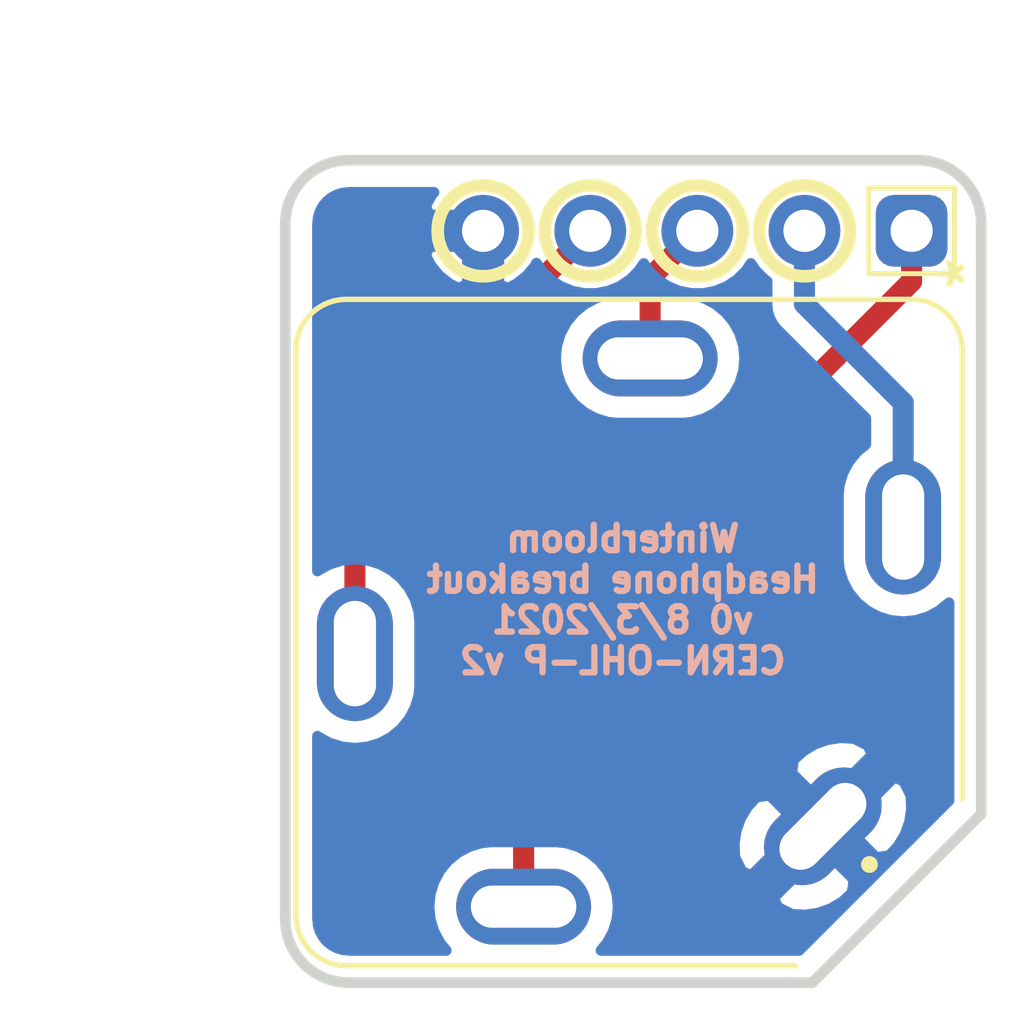
<source format=kicad_pcb>
(kicad_pcb (version 20171130) (host pcbnew "(5.1.6-0-10_14)")

  (general
    (thickness 1.6)
    (drawings 11)
    (tracks 10)
    (zones 0)
    (modules 2)
    (nets 6)
  )

  (page A4)
  (layers
    (0 F.Cu signal)
    (31 B.Cu signal)
    (32 B.Adhes user)
    (33 F.Adhes user)
    (34 B.Paste user)
    (35 F.Paste user)
    (36 B.SilkS user)
    (37 F.SilkS user)
    (38 B.Mask user)
    (39 F.Mask user)
    (40 Dwgs.User user)
    (41 Cmts.User user)
    (42 Eco1.User user)
    (43 Eco2.User user)
    (44 Edge.Cuts user)
    (45 Margin user)
    (46 B.CrtYd user)
    (47 F.CrtYd user)
    (48 B.Fab user)
    (49 F.Fab user)
  )

  (setup
    (last_trace_width 0.25)
    (user_trace_width 0.4)
    (user_trace_width 0.5)
    (trace_clearance 0.2)
    (zone_clearance 0.508)
    (zone_45_only no)
    (trace_min 0.2)
    (via_size 0.8)
    (via_drill 0.4)
    (via_min_size 0.4)
    (via_min_drill 0.3)
    (uvia_size 0.3)
    (uvia_drill 0.1)
    (uvias_allowed no)
    (uvia_min_size 0.2)
    (uvia_min_drill 0.1)
    (edge_width 0.254)
    (segment_width 0.2)
    (pcb_text_width 0.3)
    (pcb_text_size 1.5 1.5)
    (mod_edge_width 0.12)
    (mod_text_size 1 1)
    (mod_text_width 0.15)
    (pad_size 1.524 1.524)
    (pad_drill 0.762)
    (pad_to_mask_clearance 0.05)
    (aux_axis_origin 0 0)
    (grid_origin 120.5 72)
    (visible_elements FFFFFF7F)
    (pcbplotparams
      (layerselection 0x010fc_ffffffff)
      (usegerberextensions false)
      (usegerberattributes true)
      (usegerberadvancedattributes true)
      (creategerberjobfile true)
      (excludeedgelayer true)
      (linewidth 0.100000)
      (plotframeref false)
      (viasonmask false)
      (mode 1)
      (useauxorigin false)
      (hpglpennumber 1)
      (hpglpenspeed 20)
      (hpglpendiameter 15.000000)
      (psnegative false)
      (psa4output false)
      (plotreference true)
      (plotvalue true)
      (plotinvisibletext false)
      (padsonsilk false)
      (subtractmaskfromsilk false)
      (outputformat 1)
      (mirror false)
      (drillshape 0)
      (scaleselection 1)
      (outputdirectory "gerbers"))
  )

  (net 0 "")
  (net 1 "Net-(J1-Pad5)")
  (net 2 "Net-(J1-Pad4)")
  (net 3 "Net-(J1-Pad3)")
  (net 4 "Net-(J1-Pad2)")
  (net 5 "Net-(J1-Pad1)")

  (net_class Default "This is the default net class."
    (clearance 0.2)
    (trace_width 0.25)
    (via_dia 0.8)
    (via_drill 0.4)
    (uvia_dia 0.3)
    (uvia_drill 0.1)
    (add_net "Net-(J1-Pad1)")
    (add_net "Net-(J1-Pad2)")
    (add_net "Net-(J1-Pad3)")
    (add_net "Net-(J1-Pad4)")
    (add_net "Net-(J1-Pad5)")
  )

  (module Connector_PinSocket_2.54mm:PinSocket_1x05_P2.54mm_Vertical (layer F.Cu) (tedit 6109B4CF) (tstamp 610A0D1E)
    (at 135.35 73.675 270)
    (descr "Through hole straight socket strip, 1x05, 2.54mm pitch, single row (from Kicad 4.0.7), script generated")
    (tags "Through hole socket strip THT 1x05 2.54mm single row")
    (path /6109C407)
    (fp_text reference J1 (at 0 -2.77 270) (layer F.SilkS) hide
      (effects (font (size 1 1) (thickness 0.15)))
    )
    (fp_text value "TO BOARD" (at 2.9 5.4 180) (layer F.Fab)
      (effects (font (size 1 1) (thickness 0.15)))
    )
    (fp_line (start -1.016 1.016) (end -1.016 -1.016) (layer F.SilkS) (width 0.12))
    (fp_line (start 1.016 1.016) (end -1.016 1.016) (layer F.SilkS) (width 0.12))
    (fp_line (start 1.016 -1.016) (end 1.016 1.016) (layer F.SilkS) (width 0.12))
    (fp_line (start -1.016 -1.016) (end 1.016 -1.016) (layer F.SilkS) (width 0.12))
    (fp_circle (center 0 2.54) (end 1.077631 2.54) (layer F.SilkS) (width 0.3))
    (fp_circle (center 0 5.08) (end 1.077631 5.08) (layer F.SilkS) (width 0.3))
    (fp_circle (center 0 7.62) (end 1.077631 7.62) (layer F.SilkS) (width 0.3))
    (fp_circle (center 0 10.16) (end 1.077631 10.16) (layer F.SilkS) (width 0.3))
    (fp_circle (center 0 0) (end 0.762 1.016) (layer F.CrtYd) (width 0.05))
    (fp_circle (center 0 10.16) (end 0.508 11.176) (layer F.CrtYd) (width 0.05))
    (fp_circle (center 0 7.62) (end 0.762 8.382) (layer F.CrtYd) (width 0.05))
    (fp_circle (center 0 5.08) (end 0.508 6.096) (layer F.CrtYd) (width 0.05))
    (fp_circle (center 0 2.54) (end 0.762 3.302) (layer F.CrtYd) (width 0.05))
    (fp_text user %R (at 0 5.08) (layer F.Fab)
      (effects (font (size 1 1) (thickness 0.15)))
    )
    (fp_text user * (at 1.016 -1.3 90) (layer F.SilkS)
      (effects (font (size 1 1) (thickness 0.15)))
    )
    (pad 5 thru_hole oval (at 0 10.16 270) (size 1.7 1.7) (drill 1) (layers *.Cu *.Mask)
      (net 1 "Net-(J1-Pad5)"))
    (pad 4 thru_hole oval (at 0 7.62 270) (size 1.7 1.7) (drill 1) (layers *.Cu *.Mask)
      (net 2 "Net-(J1-Pad4)"))
    (pad 3 thru_hole oval (at 0 5.08 270) (size 1.7 1.7) (drill 1) (layers *.Cu *.Mask)
      (net 3 "Net-(J1-Pad3)"))
    (pad 2 thru_hole oval (at 0 2.54 270) (size 1.7 1.7) (drill 1) (layers *.Cu *.Mask)
      (net 4 "Net-(J1-Pad2)"))
    (pad 1 thru_hole roundrect (at 0 0 270) (size 1.7 1.7) (drill 1) (layers *.Cu *.Mask) (roundrect_rratio 0.25)
      (net 5 "Net-(J1-Pad1)"))
  )

  (module headphone-breakout:CUI_SJ-63083D (layer F.Cu) (tedit 6109B39F) (tstamp 6109FF77)
    (at 128.65 83.2)
    (path /6109B058)
    (fp_text reference J2 (at -5.03 -6.31) (layer F.SilkS) hide
      (effects (font (size 1 1) (thickness 0.15)))
    )
    (fp_text value SJ-63083D (at 0.755 9.135) (layer F.Fab) hide
      (effects (font (size 1 1) (thickness 0.015)))
    )
    (fp_line (start 7.9 -6.7) (end 7.9 3.95) (layer F.Fab) (width 0.127))
    (fp_line (start 7.9 3.95) (end 3.95 7.9) (layer F.Fab) (width 0.127))
    (fp_line (start 3.95 7.9) (end -6.7 7.9) (layer F.Fab) (width 0.127))
    (fp_line (start -7.9 6.7) (end -7.9 -6.7) (layer F.Fab) (width 0.127))
    (fp_line (start -6.7 -7.9) (end 6.7 -7.9) (layer F.Fab) (width 0.127))
    (fp_line (start 7.9 -6.7) (end 7.9 3.95) (layer F.SilkS) (width 0.127))
    (fp_line (start 3.95 7.9) (end -6.7 7.9) (layer F.SilkS) (width 0.127))
    (fp_line (start -7.9 6.7) (end -7.9 -6.7) (layer F.SilkS) (width 0.127))
    (fp_line (start -6.7 -7.9) (end 6.7 -7.9) (layer F.SilkS) (width 0.127))
    (fp_line (start 8.15 -6.95) (end 8.15 4.2) (layer F.CrtYd) (width 0.05))
    (fp_line (start 8.15 4.2) (end 4.2 8.15) (layer F.CrtYd) (width 0.05))
    (fp_line (start 4.2 8.15) (end -6.95 8.15) (layer F.CrtYd) (width 0.05))
    (fp_line (start -8.15 6.95) (end -8.15 -6.95) (layer F.CrtYd) (width 0.05))
    (fp_line (start -6.95 -8.15) (end 6.95 -8.15) (layer F.CrtYd) (width 0.05))
    (fp_circle (center 5.7 5.5) (end 5.8 5.5) (layer F.SilkS) (width 0.2))
    (fp_arc (start 6.95 -6.95) (end 8.15 -6.95) (angle -90) (layer F.CrtYd) (width 0.05))
    (fp_arc (start -6.95 -6.95) (end -6.95 -8.15) (angle -90) (layer F.CrtYd) (width 0.05))
    (fp_arc (start -6.95 6.95) (end -8.15 6.95) (angle -90) (layer F.CrtYd) (width 0.05))
    (fp_arc (start 6.7 -6.7) (end 7.9 -6.7) (angle -90) (layer F.SilkS) (width 0.127))
    (fp_arc (start -6.7 -6.7) (end -6.7 -7.9) (angle -90) (layer F.SilkS) (width 0.127))
    (fp_arc (start -6.7 6.7) (end -7.9 6.7) (angle -90) (layer F.SilkS) (width 0.127))
    (fp_arc (start 6.7 -6.7) (end 7.9 -6.7) (angle -90) (layer F.Fab) (width 0.127))
    (fp_arc (start -6.7 -6.7) (end -6.7 -7.9) (angle -90) (layer F.Fab) (width 0.127))
    (fp_arc (start -6.7 6.7) (end -7.9 6.7) (angle -90) (layer F.Fab) (width 0.127))
    (pad S thru_hole oval (at 4.596 4.596 315) (size 1.8 3.2) (drill oval 1 2.5) (layers *.Cu *.Mask)
      (net 1 "Net-(J1-Pad5)"))
    (pad TN thru_hole oval (at 6.5 -2.5) (size 1.8 3.2) (drill oval 1 2.5) (layers *.Cu *.Mask)
      (net 4 "Net-(J1-Pad2)"))
    (pad T thru_hole oval (at 0.5 -6.5) (size 3.2 1.8) (drill oval 2.5 1) (layers *.Cu *.Mask)
      (net 3 "Net-(J1-Pad3)"))
    (pad R thru_hole oval (at -6.5 0.5) (size 1.8 3.2) (drill oval 1 2.5) (layers *.Cu *.Mask)
      (net 2 "Net-(J1-Pad4)"))
    (pad RN thru_hole oval (at -2.5 6.5) (size 3.2 1.8) (drill oval 2.5 1) (layers *.Cu *.Mask)
      (net 5 "Net-(J1-Pad1)"))
  )

  (gr_text "Winterbloom\nHeadphone breakout\nv0 8/3/2021\nCERN-OHL-P v2" (at 128.5 82.425) (layer B.SilkS)
    (effects (font (size 0.6 0.6) (thickness 0.15)) (justify mirror))
  )
  (dimension 19.5 (width 0.15) (layer Dwgs.User)
    (gr_text "19.500 mm" (at 117.400001 81.75 270) (layer Dwgs.User)
      (effects (font (size 1 1) (thickness 0.15)))
    )
    (feature1 (pts (xy 122 91.5) (xy 118.11358 91.5)))
    (feature2 (pts (xy 122 72) (xy 118.11358 72)))
    (crossbar (pts (xy 118.700001 72) (xy 118.700001 91.5)))
    (arrow1a (pts (xy 118.700001 91.5) (xy 118.11358 90.373496)))
    (arrow1b (pts (xy 118.700001 91.5) (xy 119.286422 90.373496)))
    (arrow2a (pts (xy 118.700001 72) (xy 118.11358 73.126504)))
    (arrow2b (pts (xy 118.700001 72) (xy 119.286422 73.126504)))
  )
  (dimension 16.5 (width 0.15) (layer Dwgs.User)
    (gr_text "16.500 mm" (at 128.75 68.9) (layer Dwgs.User)
      (effects (font (size 1 1) (thickness 0.15)))
    )
    (feature1 (pts (xy 137 73.5) (xy 137 69.613579)))
    (feature2 (pts (xy 120.5 73.5) (xy 120.5 69.613579)))
    (crossbar (pts (xy 120.5 70.2) (xy 137 70.2)))
    (arrow1a (pts (xy 137 70.2) (xy 135.873496 70.786421)))
    (arrow1b (pts (xy 137 70.2) (xy 135.873496 69.613579)))
    (arrow2a (pts (xy 120.5 70.2) (xy 121.626504 70.786421)))
    (arrow2b (pts (xy 120.5 70.2) (xy 121.626504 69.613579)))
  )
  (gr_arc (start 122 90) (end 120.5 90) (angle -90) (layer Edge.Cuts) (width 0.254))
  (gr_arc (start 122 73.5) (end 122 72) (angle -90) (layer Edge.Cuts) (width 0.254))
  (gr_arc (start 135.5 73.5) (end 137 73.5) (angle -90) (layer Edge.Cuts) (width 0.254))
  (gr_line (start 120.5 90) (end 120.5 73.5) (layer Edge.Cuts) (width 0.254) (tstamp 610A0551))
  (gr_line (start 133 91.5) (end 122 91.5) (layer Edge.Cuts) (width 0.254))
  (gr_line (start 137 87.5) (end 133 91.5) (layer Edge.Cuts) (width 0.254))
  (gr_line (start 137 73.5) (end 137 87.5) (layer Edge.Cuts) (width 0.254))
  (gr_line (start 122 72) (end 135.5 72) (layer Edge.Cuts) (width 0.254))

  (segment (start 122.15 79.255) (end 122.15 83.7) (width 0.5) (layer F.Cu) (net 2))
  (segment (start 127.73 73.675) (end 122.15 79.255) (width 0.5) (layer F.Cu) (net 2))
  (segment (start 129.15 74.795) (end 130.27 73.675) (width 0.5) (layer F.Cu) (net 3))
  (segment (start 129.15 76.7) (end 129.15 74.795) (width 0.5) (layer F.Cu) (net 3))
  (segment (start 135.15 80.7) (end 135.15 77.75) (width 0.5) (layer B.Cu) (net 4))
  (segment (start 132.81 75.41) (end 132.81 73.675) (width 0.5) (layer B.Cu) (net 4))
  (segment (start 135.15 77.75) (end 132.81 75.41) (width 0.5) (layer B.Cu) (net 4))
  (segment (start 135.35 73.675) (end 135.35 74.875) (width 0.5) (layer F.Cu) (net 5))
  (segment (start 126.15 84.075) (end 126.15 89.7) (width 0.5) (layer F.Cu) (net 5))
  (segment (start 135.35 74.875) (end 126.15 84.075) (width 0.5) (layer F.Cu) (net 5))

  (zone (net 1) (net_name "Net-(J1-Pad5)") (layer B.Cu) (tstamp 610B0E89) (hatch edge 0.508)
    (connect_pads (clearance 0.508))
    (min_thickness 0.254)
    (fill yes (arc_segments 32) (thermal_gap 0.508) (thermal_bridge_width 1))
    (polygon
      (pts
        (xy 138 92.5) (xy 119.5 92.5) (xy 119.5 71) (xy 138 71)
      )
    )
    (filled_polygon
      (pts
        (xy 123.970539 72.827543) (xy 123.82864 73.081732) (xy 123.911343 73.302) (xy 124.817 73.302) (xy 124.817 73.282)
        (xy 125.563 73.282) (xy 125.563 73.302) (xy 125.583 73.302) (xy 125.583 74.048) (xy 125.563 74.048)
        (xy 125.563 74.947718) (xy 125.783265 75.036345) (xy 125.992328 74.924615) (xy 126.220699 74.744078) (xy 126.409461 74.522457)
        (xy 126.455342 74.440269) (xy 126.576525 74.621632) (xy 126.783368 74.828475) (xy 127.026589 74.99099) (xy 127.296842 75.102932)
        (xy 127.58374 75.16) (xy 127.87626 75.16) (xy 128.163158 75.102932) (xy 128.433411 74.99099) (xy 128.676632 74.828475)
        (xy 128.883475 74.621632) (xy 129 74.44724) (xy 129.116525 74.621632) (xy 129.323368 74.828475) (xy 129.566589 74.99099)
        (xy 129.836842 75.102932) (xy 130.12374 75.16) (xy 130.41626 75.16) (xy 130.703158 75.102932) (xy 130.973411 74.99099)
        (xy 131.216632 74.828475) (xy 131.423475 74.621632) (xy 131.54 74.44724) (xy 131.656525 74.621632) (xy 131.863368 74.828475)
        (xy 131.925 74.869656) (xy 131.925 75.366531) (xy 131.920719 75.41) (xy 131.925 75.453469) (xy 131.925 75.453476)
        (xy 131.936212 75.567314) (xy 131.937805 75.58349) (xy 131.953157 75.634096) (xy 131.988411 75.750312) (xy 132.070589 75.904058)
        (xy 132.181183 76.038817) (xy 132.214956 76.066534) (xy 134.265001 78.11658) (xy 134.265001 78.740557) (xy 134.059339 78.909339)
        (xy 133.867519 79.143074) (xy 133.724983 79.40974) (xy 133.63721 79.699088) (xy 133.615 79.924593) (xy 133.615 81.475408)
        (xy 133.63721 81.700913) (xy 133.724984 81.990261) (xy 133.86752 82.256927) (xy 134.05934 82.490661) (xy 134.293074 82.682481)
        (xy 134.55974 82.825017) (xy 134.849088 82.91279) (xy 135.15 82.942427) (xy 135.450913 82.91279) (xy 135.740261 82.825017)
        (xy 136.006927 82.682481) (xy 136.238001 82.492844) (xy 136.238001 87.184368) (xy 132.68437 90.738) (xy 127.983879 90.738)
        (xy 128.132481 90.556927) (xy 128.275017 90.290261) (xy 128.36279 90.000913) (xy 128.392427 89.7) (xy 128.371888 89.491458)
        (xy 132.078043 89.491458) (xy 132.177581 89.714838) (xy 132.512951 89.881071) (xy 132.827738 89.896964) (xy 133.139577 89.85114)
        (xy 133.436484 89.74536) (xy 133.707049 89.583688) (xy 133.940875 89.372338) (xy 133.983135 89.060637) (xy 133.246 88.323502)
        (xy 132.078043 89.491458) (xy 128.371888 89.491458) (xy 128.36279 89.399087) (xy 128.275017 89.109739) (xy 128.132481 88.843073)
        (xy 127.940661 88.609339) (xy 127.706927 88.417519) (xy 127.440261 88.274983) (xy 127.240092 88.214262) (xy 131.145036 88.214262)
        (xy 131.160929 88.529049) (xy 131.327162 88.864419) (xy 131.550542 88.963957) (xy 132.718498 87.796) (xy 133.773502 87.796)
        (xy 134.510637 88.533135) (xy 134.822338 88.490875) (xy 135.033688 88.257049) (xy 135.19536 87.986484) (xy 135.30114 87.689577)
        (xy 135.346964 87.377738) (xy 135.331071 87.062951) (xy 135.164838 86.727581) (xy 134.941458 86.628043) (xy 133.773502 87.796)
        (xy 132.718498 87.796) (xy 131.981363 87.058865) (xy 131.669662 87.101125) (xy 131.458312 87.334951) (xy 131.29664 87.605516)
        (xy 131.19086 87.902423) (xy 131.145036 88.214262) (xy 127.240092 88.214262) (xy 127.150913 88.18721) (xy 126.925408 88.165)
        (xy 125.374592 88.165) (xy 125.149087 88.18721) (xy 124.859739 88.274983) (xy 124.593073 88.417519) (xy 124.359339 88.609339)
        (xy 124.167519 88.843073) (xy 124.024983 89.109739) (xy 123.93721 89.399087) (xy 123.907573 89.7) (xy 123.93721 90.000913)
        (xy 124.024983 90.290261) (xy 124.167519 90.556927) (xy 124.316121 90.738) (xy 122.037264 90.738) (xy 121.857365 90.720361)
        (xy 121.720165 90.678938) (xy 121.593618 90.611652) (xy 121.482555 90.521071) (xy 121.391202 90.410643) (xy 121.323033 90.284567)
        (xy 121.280653 90.147662) (xy 121.262 89.970185) (xy 121.262 86.531363) (xy 132.508865 86.531363) (xy 133.246 87.268498)
        (xy 134.413957 86.100542) (xy 134.314419 85.877162) (xy 133.979049 85.710929) (xy 133.664262 85.695036) (xy 133.352423 85.74086)
        (xy 133.055516 85.84664) (xy 132.784951 86.008312) (xy 132.551125 86.219662) (xy 132.508865 86.531363) (xy 121.262 86.531363)
        (xy 121.262 85.656979) (xy 121.293074 85.682481) (xy 121.55974 85.825017) (xy 121.849088 85.91279) (xy 122.15 85.942427)
        (xy 122.450913 85.91279) (xy 122.740261 85.825017) (xy 123.006927 85.682481) (xy 123.240661 85.490661) (xy 123.432481 85.256927)
        (xy 123.575017 84.990261) (xy 123.66279 84.700913) (xy 123.685 84.475408) (xy 123.685 82.924592) (xy 123.66279 82.699087)
        (xy 123.575017 82.409739) (xy 123.432481 82.143073) (xy 123.240661 81.909339) (xy 123.006926 81.717519) (xy 122.74026 81.574983)
        (xy 122.450912 81.48721) (xy 122.15 81.457573) (xy 121.849087 81.48721) (xy 121.559739 81.574983) (xy 121.293073 81.717519)
        (xy 121.262 81.74302) (xy 121.262 76.7) (xy 126.907573 76.7) (xy 126.93721 77.000913) (xy 127.024983 77.290261)
        (xy 127.167519 77.556927) (xy 127.359339 77.790661) (xy 127.593073 77.982481) (xy 127.859739 78.125017) (xy 128.149087 78.21279)
        (xy 128.374592 78.235) (xy 129.925408 78.235) (xy 130.150913 78.21279) (xy 130.440261 78.125017) (xy 130.706927 77.982481)
        (xy 130.940661 77.790661) (xy 131.132481 77.556927) (xy 131.275017 77.290261) (xy 131.36279 77.000913) (xy 131.392427 76.7)
        (xy 131.36279 76.399087) (xy 131.275017 76.109739) (xy 131.132481 75.843073) (xy 130.940661 75.609339) (xy 130.706927 75.417519)
        (xy 130.440261 75.274983) (xy 130.150913 75.18721) (xy 129.925408 75.165) (xy 128.374592 75.165) (xy 128.149087 75.18721)
        (xy 127.859739 75.274983) (xy 127.593073 75.417519) (xy 127.359339 75.609339) (xy 127.167519 75.843073) (xy 127.024983 76.109739)
        (xy 126.93721 76.399087) (xy 126.907573 76.7) (xy 121.262 76.7) (xy 121.262 74.268268) (xy 123.82864 74.268268)
        (xy 123.970539 74.522457) (xy 124.159301 74.744078) (xy 124.387672 74.924615) (xy 124.596735 75.036345) (xy 124.817 74.947718)
        (xy 124.817 74.048) (xy 123.911343 74.048) (xy 123.82864 74.268268) (xy 121.262 74.268268) (xy 121.262 73.537264)
        (xy 121.279639 73.357365) (xy 121.321062 73.220165) (xy 121.388348 73.093618) (xy 121.478929 72.982555) (xy 121.589357 72.891202)
        (xy 121.715433 72.823032) (xy 121.852337 72.780653) (xy 122.029816 72.762) (xy 124.026364 72.762)
      )
    )
  )
)

</source>
